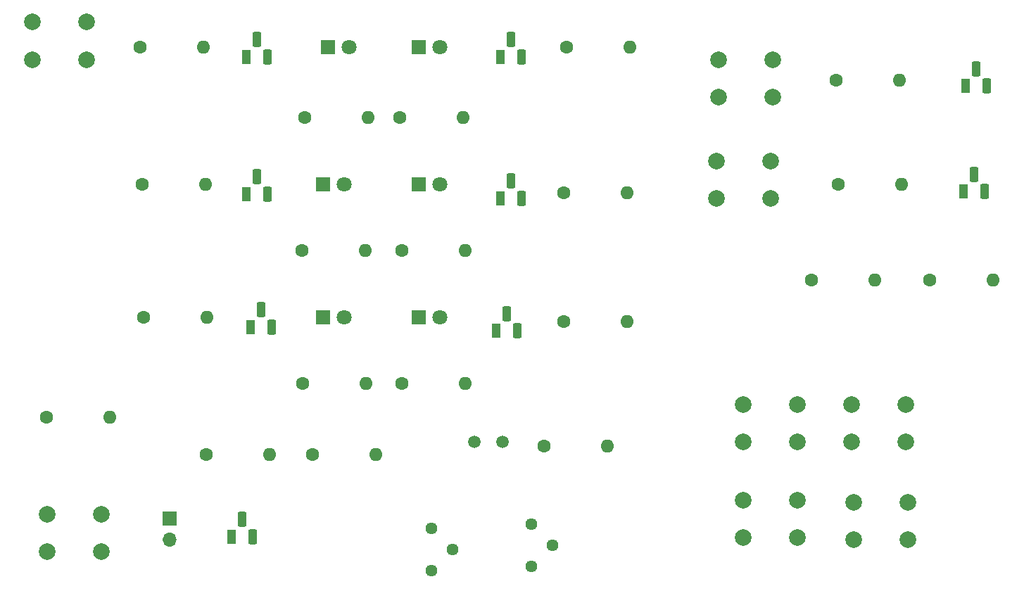
<source format=gbr>
%TF.GenerationSoftware,KiCad,Pcbnew,8.0.8*%
%TF.CreationDate,2025-07-02T05:08:30+01:00*%
%TF.ProjectId,Solder,536f6c64-6572-42e6-9b69-6361645f7063,rev?*%
%TF.SameCoordinates,Original*%
%TF.FileFunction,Soldermask,Bot*%
%TF.FilePolarity,Negative*%
%FSLAX46Y46*%
G04 Gerber Fmt 4.6, Leading zero omitted, Abs format (unit mm)*
G04 Created by KiCad (PCBNEW 8.0.8) date 2025-07-02 05:08:30*
%MOMM*%
%LPD*%
G01*
G04 APERTURE LIST*
G04 Aperture macros list*
%AMRoundRect*
0 Rectangle with rounded corners*
0 $1 Rounding radius*
0 $2 $3 $4 $5 $6 $7 $8 $9 X,Y pos of 4 corners*
0 Add a 4 corners polygon primitive as box body*
4,1,4,$2,$3,$4,$5,$6,$7,$8,$9,$2,$3,0*
0 Add four circle primitives for the rounded corners*
1,1,$1+$1,$2,$3*
1,1,$1+$1,$4,$5*
1,1,$1+$1,$6,$7*
1,1,$1+$1,$8,$9*
0 Add four rect primitives between the rounded corners*
20,1,$1+$1,$2,$3,$4,$5,0*
20,1,$1+$1,$4,$5,$6,$7,0*
20,1,$1+$1,$6,$7,$8,$9,0*
20,1,$1+$1,$8,$9,$2,$3,0*%
G04 Aperture macros list end*
%ADD10C,2.000000*%
%ADD11C,1.440000*%
%ADD12C,1.600000*%
%ADD13O,1.600000X1.600000*%
%ADD14C,1.500000*%
%ADD15R,1.100000X1.800000*%
%ADD16RoundRect,0.275000X-0.275000X-0.625000X0.275000X-0.625000X0.275000X0.625000X-0.275000X0.625000X0*%
%ADD17R,1.700000X1.700000*%
%ADD18O,1.700000X1.700000*%
%ADD19R,1.800000X1.800000*%
%ADD20C,1.800000*%
G04 APERTURE END LIST*
D10*
%TO.C,SW8*%
X137750000Y-117250000D03*
X144250000Y-117250000D03*
X137750000Y-121750000D03*
X144250000Y-121750000D03*
%TD*%
%TO.C,SW7*%
X124500000Y-117000000D03*
X131000000Y-117000000D03*
X124500000Y-121500000D03*
X131000000Y-121500000D03*
%TD*%
%TO.C,SW6*%
X137500000Y-105500000D03*
X144000000Y-105500000D03*
X137500000Y-110000000D03*
X144000000Y-110000000D03*
%TD*%
%TO.C,SW5*%
X124500000Y-105500000D03*
X131000000Y-105500000D03*
X124500000Y-110000000D03*
X131000000Y-110000000D03*
%TD*%
%TO.C,SW4*%
X121250000Y-76250000D03*
X127750000Y-76250000D03*
X121250000Y-80750000D03*
X127750000Y-80750000D03*
%TD*%
%TO.C,SW3*%
X121500000Y-64000000D03*
X128000000Y-64000000D03*
X121500000Y-68500000D03*
X128000000Y-68500000D03*
%TD*%
%TO.C,SW2*%
X40750000Y-118750000D03*
X47250000Y-118750000D03*
X40750000Y-123250000D03*
X47250000Y-123250000D03*
%TD*%
%TO.C,SW1*%
X39000000Y-59500000D03*
X45500000Y-59500000D03*
X39000000Y-64000000D03*
X45500000Y-64000000D03*
%TD*%
D11*
%TO.C,RV2*%
X99000000Y-125000000D03*
X101540000Y-122460000D03*
X99000000Y-119920000D03*
%TD*%
%TO.C,RV1*%
X86960000Y-125540000D03*
X89500000Y-123000000D03*
X86960000Y-120460000D03*
%TD*%
D12*
%TO.C,R37*%
X146880000Y-90500000D03*
D13*
X154500000Y-90500000D03*
%TD*%
D12*
%TO.C,R36*%
X132690000Y-90500000D03*
D13*
X140310000Y-90500000D03*
%TD*%
D12*
%TO.C,R35*%
X135880000Y-79000000D03*
D13*
X143500000Y-79000000D03*
%TD*%
D12*
%TO.C,R34*%
X135690000Y-66500000D03*
D13*
X143310000Y-66500000D03*
%TD*%
D12*
%TO.C,R33*%
X100500000Y-110500000D03*
D13*
X108120000Y-110500000D03*
%TD*%
D12*
%TO.C,R32*%
X72690000Y-111500000D03*
D13*
X80310000Y-111500000D03*
%TD*%
D12*
%TO.C,R31*%
X59880000Y-111500000D03*
D13*
X67500000Y-111500000D03*
%TD*%
D12*
%TO.C,R30*%
X83380000Y-103000000D03*
D13*
X91000000Y-103000000D03*
%TD*%
D12*
%TO.C,R29*%
X71500000Y-103000000D03*
D13*
X79120000Y-103000000D03*
%TD*%
D12*
%TO.C,R28*%
X83380000Y-87000000D03*
D13*
X91000000Y-87000000D03*
%TD*%
D12*
%TO.C,R27*%
X71380000Y-87000000D03*
D13*
X79000000Y-87000000D03*
%TD*%
D12*
%TO.C,R26*%
X83190000Y-71000000D03*
D13*
X90810000Y-71000000D03*
%TD*%
D12*
%TO.C,R25*%
X71690000Y-71000000D03*
D13*
X79310000Y-71000000D03*
%TD*%
D12*
%TO.C,R24*%
X40690000Y-107000000D03*
D13*
X48310000Y-107000000D03*
%TD*%
D12*
%TO.C,R23*%
X102880000Y-95500000D03*
D13*
X110500000Y-95500000D03*
%TD*%
D12*
%TO.C,R22*%
X52380000Y-95000000D03*
D13*
X60000000Y-95000000D03*
%TD*%
D12*
%TO.C,R21*%
X102880000Y-80000000D03*
D13*
X110500000Y-80000000D03*
%TD*%
D12*
%TO.C,R20*%
X52190000Y-79000000D03*
D13*
X59810000Y-79000000D03*
%TD*%
D12*
%TO.C,R19*%
X103190000Y-62500000D03*
D13*
X110810000Y-62500000D03*
%TD*%
D12*
%TO.C,R18*%
X51880000Y-62500000D03*
D13*
X59500000Y-62500000D03*
%TD*%
D14*
%TO.C,R7*%
X92100000Y-110000000D03*
X95500000Y-110000000D03*
%TD*%
D15*
%TO.C,Q17*%
X150960000Y-79900000D03*
D16*
X152230000Y-77830000D03*
X153500000Y-79900000D03*
%TD*%
D15*
%TO.C,Q16*%
X151230000Y-67170000D03*
D16*
X152500000Y-65100000D03*
X153770000Y-67170000D03*
%TD*%
D15*
%TO.C,Q15*%
X62960000Y-121400000D03*
D16*
X64230000Y-119330000D03*
X65500000Y-121400000D03*
%TD*%
D15*
%TO.C,Q14*%
X94730000Y-96670000D03*
D16*
X96000000Y-94600000D03*
X97270000Y-96670000D03*
%TD*%
D15*
%TO.C,Q13*%
X65230000Y-96170000D03*
D16*
X66500000Y-94100000D03*
X67770000Y-96170000D03*
%TD*%
D15*
%TO.C,Q12*%
X95230000Y-80670000D03*
D16*
X96500000Y-78600000D03*
X97770000Y-80670000D03*
%TD*%
D15*
%TO.C,Q11*%
X64730000Y-80170000D03*
D16*
X66000000Y-78100000D03*
X67270000Y-80170000D03*
%TD*%
D15*
%TO.C,Q10*%
X95230000Y-63670000D03*
D16*
X96500000Y-61600000D03*
X97770000Y-63670000D03*
%TD*%
D15*
%TO.C,Q9*%
X64730000Y-63670000D03*
D16*
X66000000Y-61600000D03*
X67270000Y-63670000D03*
%TD*%
D17*
%TO.C,M1*%
X55500000Y-119225000D03*
D18*
X55500000Y-121765000D03*
%TD*%
D19*
%TO.C,D12*%
X85460000Y-95000000D03*
D20*
X88000000Y-95000000D03*
%TD*%
D19*
%TO.C,D11*%
X73960000Y-95000000D03*
D20*
X76500000Y-95000000D03*
%TD*%
D19*
%TO.C,D10*%
X85460000Y-79000000D03*
D20*
X88000000Y-79000000D03*
%TD*%
D19*
%TO.C,D9*%
X73960000Y-79000000D03*
D20*
X76500000Y-79000000D03*
%TD*%
D19*
%TO.C,D8*%
X85460000Y-62500000D03*
D20*
X88000000Y-62500000D03*
%TD*%
D19*
%TO.C,D7*%
X74500000Y-62500000D03*
D20*
X77040000Y-62500000D03*
%TD*%
M02*

</source>
